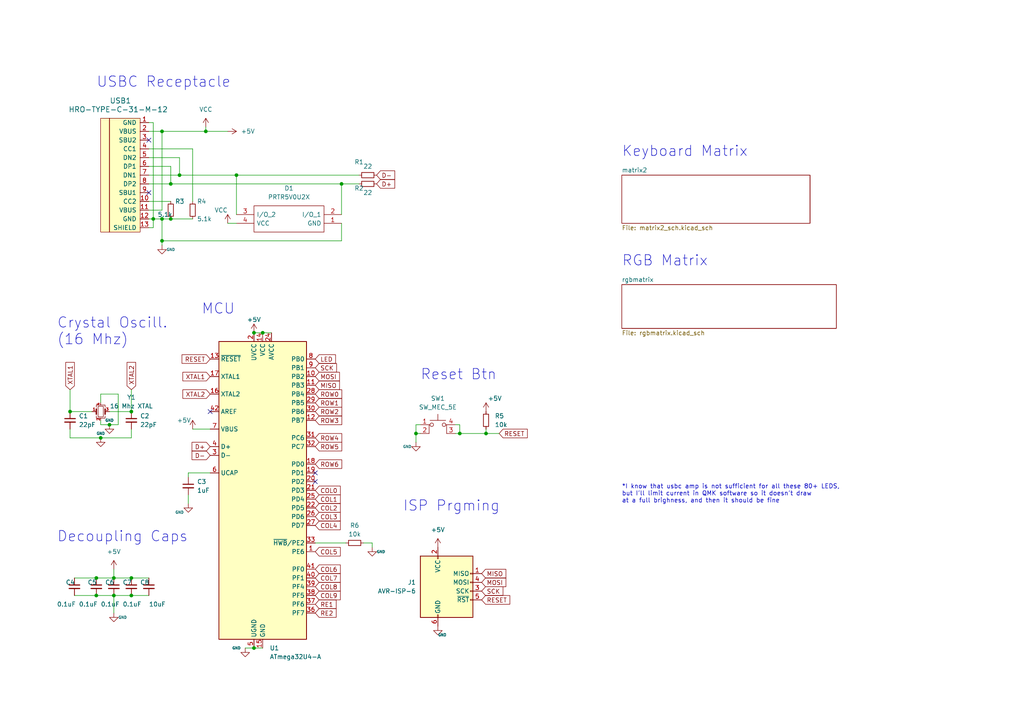
<source format=kicad_sch>
(kicad_sch (version 20211123) (generator eeschema)
  (paper "A4")
  (lib_symbols
    (symbol "Connector:AVR-ISP-6" (pin_names (offset 1.016))
      (property "Reference" "J" (at -6.35 11.43 0))
      (property "Value" "AVR-ISP-6" (at 0 11.43 0))
      (symbol "AVR-ISP-6_0_1"
        (rectangle (start -2.667 -6.858) (end -2.413 -7.62))
        (rectangle (start -2.667 10.16) (end -2.413 9.398))
        (rectangle (start 7.62 -2.413) (end 6.858 -2.667))
        (rectangle (start 7.62 0.127) (end 6.858 -0.127))
        (rectangle (start 7.62 2.667) (end 6.858 2.413))
        (rectangle (start 7.62 5.207) (end 6.858 4.953))
        (rectangle (start 7.62 10.16) (end -7.62 -7.62) (stroke (width 0.254)) (fill (type background)))
      )
      (symbol "AVR-ISP-6_1_1"
        (pin passive line (at 10.16 5.08 180) (length 2.54) (name "MISO") (number "1"))
        (pin passive line (at -2.54 12.7 270) (length 2.54) (name "VCC") (number "2"))
        (pin passive line (at 10.16 0 180) (length 2.54) (name "SCK") (number "3"))
        (pin passive line (at 10.16 2.54 180) (length 2.54) (name "MOSI") (number "4"))
        (pin passive line (at 10.16 -2.54 180) (length 2.54) (name "~{RST}") (number "5"))
        (pin passive line (at -2.54 -10.16 90) (length 2.54) (name "GND") (number "6"))
      )
    )
    (symbol "Device:C_Small" (pin_numbers hide) (pin_names (offset 0.254) hide)
      (property "Reference" "C" (at 0.254 1.778 0))
      (property "Value" "C_Small" (at 0.254 -2.032 0))
      (symbol "C_Small_0_1"
        (polyline (pts (xy -1.524 -0.508) (xy 1.524 -0.508)) (stroke (width 0.3302)))
        (polyline (pts (xy -1.524 0.508) (xy 1.524 0.508)) (stroke (width 0.3048)))
      )
      (symbol "C_Small_1_1"
        (pin passive line (at 0 2.54 270) (length 2.032) (name "~") (number "1"))
        (pin passive line (at 0 -2.54 90) (length 2.032) (name "~") (number "2"))
      )
    )
    (symbol "Device:Crystal_GND24_Small" (pin_names (offset 1.016) hide)
      (property "Reference" "Y" (at 1.27 4.445 0))
      (property "Value" "Crystal_GND24_Small" (at 1.27 2.54 0))
      (symbol "Crystal_GND24_Small_0_1"
        (rectangle (start -0.762 -1.524) (end 0.762 1.524))
        (polyline (pts (xy -1.27 -0.762) (xy -1.27 0.762)) (stroke (width 0.381)))
        (polyline (pts (xy 1.27 -0.762) (xy 1.27 0.762)) (stroke (width 0.381)))
        (polyline (pts (xy -1.27 -1.27) (xy -1.27 -1.905) (xy 1.27 -1.905) (xy 1.27 -1.27)))
        (polyline (pts (xy -1.27 1.27) (xy -1.27 1.905) (xy 1.27 1.905) (xy 1.27 1.27)))
      )
      (symbol "Crystal_GND24_Small_1_1"
        (pin passive line (at -2.54 0 0) (length 1.27) (name "1") (number "1"))
        (pin passive line (at 0 -2.54 90) (length 0.635) (name "2") (number "2"))
        (pin passive line (at 2.54 0 180) (length 1.27) (name "3") (number "3"))
        (pin passive line (at 0 2.54 270) (length 0.635) (name "4") (number "4"))
      )
    )
    (symbol "Device:R_Small" (pin_numbers hide) (pin_names (offset 0.254) hide)
      (property "Reference" "R" (at 0.762 0.508 0))
      (property "Value" "R_Small" (at 0.762 -1.016 0))
      (symbol "R_Small_0_1"
        (rectangle (start -0.762 1.778) (end 0.762 -1.778) (stroke (width 0.2032)))
      )
      (symbol "R_Small_1_1"
        (pin passive line (at 0 2.54 270) (length 0.762) (name "~") (number "1"))
        (pin passive line (at 0 -2.54 90) (length 0.762) (name "~") (number "2"))
      )
    )
    (symbol "MCU_Microchip_ATmega:ATmega32U4-A"
      (property "Reference" "U" (at -12.7 44.45 0))
      (property "Value" "ATmega32U4-A" (at 2.54 -44.45 0))
      (symbol "ATmega32U4-A_0_1"
        (rectangle (start -12.7 -43.18) (end 12.7 43.18) (stroke (width 0.254)) (fill (type background)))
      )
      (symbol "ATmega32U4-A_1_1"
        (pin bidirectional line (at 15.24 -17.78 180) (length 2.54) (name "PE6") (number "1"))
        (pin bidirectional line (at 15.24 33.02 180) (length 2.54) (name "PB2") (number "10"))
        (pin bidirectional line (at 15.24 30.48 180) (length 2.54) (name "PB3") (number "11"))
        (pin bidirectional line (at 15.24 20.32 180) (length 2.54) (name "PB7") (number "12"))
        (pin input line (at -15.24 38.1 0) (length 2.54) (name "~{RESET}") (number "13"))
        (pin power_in line (at 0 45.72 270) (length 2.54) (name "VCC") (number "14"))
        (pin power_in line (at 0 -45.72 90) (length 2.54) (name "GND") (number "15"))
        (pin output line (at -15.24 27.94 0) (length 2.54) (name "XTAL2") (number "16"))
        (pin input line (at -15.24 33.02 0) (length 2.54) (name "XTAL1") (number "17"))
        (pin bidirectional line (at 15.24 7.62 180) (length 2.54) (name "PD0") (number "18"))
        (pin bidirectional line (at 15.24 5.08 180) (length 2.54) (name "PD1") (number "19"))
        (pin power_in line (at -2.54 45.72 270) (length 2.54) (name "UVCC") (number "2"))
        (pin bidirectional line (at 15.24 2.54 180) (length 2.54) (name "PD2") (number "20"))
        (pin bidirectional line (at 15.24 0 180) (length 2.54) (name "PD3") (number "21"))
        (pin bidirectional line (at 15.24 -5.08 180) (length 2.54) (name "PD5") (number "22"))
        (pin passive line (at 0 -45.72 90) (length 2.54) hide (name "GND") (number "23"))
        (pin power_in line (at 2.54 45.72 270) (length 2.54) (name "AVCC") (number "24"))
        (pin bidirectional line (at 15.24 -2.54 180) (length 2.54) (name "PD4") (number "25"))
        (pin bidirectional line (at 15.24 -7.62 180) (length 2.54) (name "PD6") (number "26"))
        (pin bidirectional line (at 15.24 -10.16 180) (length 2.54) (name "PD7") (number "27"))
        (pin bidirectional line (at 15.24 27.94 180) (length 2.54) (name "PB4") (number "28"))
        (pin bidirectional line (at 15.24 25.4 180) (length 2.54) (name "PB5") (number "29"))
        (pin bidirectional line (at -15.24 10.16 0) (length 2.54) (name "D-") (number "3"))
        (pin bidirectional line (at 15.24 22.86 180) (length 2.54) (name "PB6") (number "30"))
        (pin bidirectional line (at 15.24 15.24 180) (length 2.54) (name "PC6") (number "31"))
        (pin bidirectional line (at 15.24 12.7 180) (length 2.54) (name "PC7") (number "32"))
        (pin bidirectional line (at 15.24 -15.24 180) (length 2.54) (name "~{HWB}/PE2") (number "33"))
        (pin passive line (at 0 45.72 270) (length 2.54) hide (name "VCC") (number "34"))
        (pin passive line (at 0 -45.72 90) (length 2.54) hide (name "GND") (number "35"))
        (pin bidirectional line (at 15.24 -35.56 180) (length 2.54) (name "PF7") (number "36"))
        (pin bidirectional line (at 15.24 -33.02 180) (length 2.54) (name "PF6") (number "37"))
        (pin bidirectional line (at 15.24 -30.48 180) (length 2.54) (name "PF5") (number "38"))
        (pin bidirectional line (at 15.24 -27.94 180) (length 2.54) (name "PF4") (number "39"))
        (pin bidirectional line (at -15.24 12.7 0) (length 2.54) (name "D+") (number "4"))
        (pin bidirectional line (at 15.24 -25.4 180) (length 2.54) (name "PF1") (number "40"))
        (pin bidirectional line (at 15.24 -22.86 180) (length 2.54) (name "PF0") (number "41"))
        (pin passive line (at -15.24 22.86 0) (length 2.54) (name "AREF") (number "42"))
        (pin passive line (at 0 -45.72 90) (length 2.54) hide (name "GND") (number "43"))
        (pin passive line (at 2.54 45.72 270) (length 2.54) hide (name "AVCC") (number "44"))
        (pin passive line (at -2.54 -45.72 90) (length 2.54) (name "UGND") (number "5"))
        (pin passive line (at -15.24 5.08 0) (length 2.54) (name "UCAP") (number "6"))
        (pin input line (at -15.24 17.78 0) (length 2.54) (name "VBUS") (number "7"))
        (pin bidirectional line (at 15.24 38.1 180) (length 2.54) (name "PB0") (number "8"))
        (pin bidirectional line (at 15.24 35.56 180) (length 2.54) (name "PB1") (number "9"))
      )
    )
    (symbol "PRTR5V0U2X:PRTR5V0U2X" (pin_names (offset 0.762))
      (property "Reference" "D" (at 26.67 7.62 0))
      (property "Value" "PRTR5V0U2X" (at 26.67 5.08 0))
      (symbol "PRTR5V0U2X_0_0"
        (pin passive line (at 0 0 0) (length 5.08) (name "GND") (number "1"))
        (pin passive line (at 0 -2.54 0) (length 5.08) (name "I/O_1") (number "2"))
        (pin passive line (at 30.48 -2.54 180) (length 5.08) (name "I/O_2") (number "3"))
        (pin passive line (at 30.48 0 180) (length 5.08) (name "VCC") (number "4"))
      )
      (symbol "PRTR5V0U2X_0_1"
        (polyline (pts (xy 5.08 2.54) (xy 25.4 2.54) (xy 25.4 -5.08) (xy 5.08 -5.08) (xy 5.08 2.54)) (stroke (width 0.1524)))
      )
    )
    (symbol "Switch:SW_MEC_5E" (pin_names (offset 1.016) hide)
      (property "Reference" "SW" (at 0.635 5.715 0))
      (property "Value" "SW_MEC_5E" (at 0 -3.175 0))
      (symbol "SW_MEC_5E_0_1"
        (circle (center -1.778 2.54) (radius 0.508))
        (polyline (pts (xy -2.286 3.81) (xy 2.286 3.81)))
        (polyline (pts (xy 0 3.81) (xy 0 5.588)))
        (polyline (pts (xy -2.54 0) (xy -2.54 2.54) (xy -2.286 2.54)))
        (polyline (pts (xy 2.54 0) (xy 2.54 2.54) (xy 2.286 2.54)))
        (circle (center 1.778 2.54) (radius 0.508))
        (pin passive line (at -5.08 2.54 0) (length 2.54) (name "1") (number "1"))
        (pin passive line (at -5.08 0 0) (length 2.54) (name "2") (number "2"))
        (pin passive line (at 5.08 0 180) (length 2.54) (name "K") (number "3"))
        (pin passive line (at 5.08 2.54 180) (length 2.54) (name "A") (number "4"))
      )
    )
    (symbol "Type-C:HRO-TYPE-C-31-M-12" (pin_names (offset 1.016))
      (property "Reference" "USB" (at -5.08 16.51 0))
      (property "Value" "HRO-TYPE-C-31-M-12" (at -10.16 -1.27 90))
      (symbol "HRO-TYPE-C-31-M-12_0_1"
        (rectangle (start -11.43 15.24) (end -8.89 -17.78) (fill (type background)))
        (rectangle (start 0 -17.78) (end -8.89 15.24) (fill (type background)))
      )
      (symbol "HRO-TYPE-C-31-M-12_1_1"
        (pin input line (at 2.54 13.97 180) (length 2.54) (name "GND") (number "1"))
        (pin input line (at 2.54 -8.89 180) (length 2.54) (name "CC2") (number "10"))
        (pin input line (at 2.54 -11.43 180) (length 2.54) (name "VBUS") (number "11"))
        (pin input line (at 2.54 -13.97 180) (length 2.54) (name "GND") (number "12"))
        (pin input line (at 2.54 -16.51 180) (length 2.54) (name "SHIELD") (number "13"))
        (pin input line (at 2.54 11.43 180) (length 2.54) (name "VBUS") (number "2"))
        (pin input line (at 2.54 8.89 180) (length 2.54) (name "SBU2") (number "3"))
        (pin input line (at 2.54 6.35 180) (length 2.54) (name "CC1") (number "4"))
        (pin input line (at 2.54 3.81 180) (length 2.54) (name "DN2") (number "5"))
        (pin input line (at 2.54 1.27 180) (length 2.54) (name "DP1") (number "6"))
        (pin input line (at 2.54 -1.27 180) (length 2.54) (name "DN1") (number "7"))
        (pin input line (at 2.54 -3.81 180) (length 2.54) (name "DP2") (number "8"))
        (pin input line (at 2.54 -6.35 180) (length 2.54) (name "SBU1") (number "9"))
      )
    )
    (symbol "power:+5V" (power) (pin_names (offset 0))
      (property "Value" "+5V" (at 0 3.556 0))
      (symbol "+5V_0_1"
        (polyline (pts (xy -0.762 1.27) (xy 0 2.54)))
        (polyline (pts (xy 0 0) (xy 0 2.54)))
        (polyline (pts (xy 0 2.54) (xy 0.762 1.27)))
      )
      (symbol "+5V_1_1"
        (pin power_in line (at 0 0 90) (length 0) hide (name "+5V") (number "1"))
      )
    )
    (symbol "power:GND" (power) (pin_names (offset 0))
      (property "Value" "GND" (at 0 -3.81 0))
      (symbol "GND_0_1"
        (polyline (pts (xy 0 0) (xy 0 -1.27) (xy 1.27 -1.27) (xy 0 -2.54) (xy -1.27 -1.27) (xy 0 -1.27)))
      )
      (symbol "GND_1_1"
        (pin power_in line (at 0 0 270) (length 0) hide (name "GND") (number "1"))
      )
    )
    (symbol "power:VCC" (power) (pin_names (offset 0))
      (property "Value" "VCC" (at 0 3.81 0))
      (symbol "VCC_0_1"
        (polyline (pts (xy -0.762 1.27) (xy 0 2.54)))
        (polyline (pts (xy 0 0) (xy 0 2.54)))
        (polyline (pts (xy 0 2.54) (xy 0.762 1.27)))
      )
      (symbol "VCC_1_1"
        (pin power_in line (at 0 0 90) (length 0) hide (name "VCC") (number "1"))
      )
    )
  )
  (junction (at 27.94 167.64))
  (junction (at 27.94 172.72))
  (junction (at 73.66 96.52))
  (junction (at 49.53 53.34))
  (junction (at 46.99 38.1))
  (junction (at 73.66 187.96))
  (junction (at 38.1 119.38))
  (junction (at 33.02 172.72))
  (junction (at 31.75 123.19))
  (junction (at 38.1 172.72))
  (junction (at 46.99 69.85))
  (junction (at 133.35 125.73))
  (junction (at 33.02 167.64))
  (junction (at 59.69 38.1))
  (junction (at 120.65 125.73))
  (junction (at 44.45 63.5))
  (junction (at 29.21 127))
  (junction (at 20.32 119.38))
  (junction (at 38.1 167.64))
  (junction (at 46.99 63.5))
  (junction (at 49.53 63.5))
  (junction (at 68.58 50.8))
  (junction (at 99.06 53.34))
  (junction (at 52.07 50.8))
  (junction (at 140.97 125.73))
  (junction (at 76.2 96.52))
  (no_connect (at 43.18 40.64))
  (no_connect (at 43.18 55.88))
  (no_connect (at 60.96 119.38))
  (no_connect (at 91.44 139.7))
  (no_connect (at 91.44 137.16))
  (wire (pts (xy 43.18 63.5) (xy 44.45 63.5)))
  (wire (pts (xy 133.35 123.19) (xy 133.35 125.73)))
  (wire (pts (xy 27.94 172.72) (xy 33.02 172.72)))
  (wire (pts (xy 140.97 124.46) (xy 140.97 125.73)))
  (wire (pts (xy 54.61 137.16) (xy 54.61 138.43)))
  (wire (pts (xy 43.18 66.04) (xy 44.45 66.04)))
  (wire (pts (xy 38.1 113.03) (xy 38.1 119.38)))
  (wire (pts (xy 46.99 69.85) (xy 99.06 69.85)))
  (wire (pts (xy 71.12 187.96) (xy 73.66 187.96)))
  (wire (pts (xy 68.58 50.8) (xy 68.58 62.23)))
  (wire (pts (xy 59.69 38.1) (xy 59.69 36.83)))
  (wire (pts (xy 27.94 167.64) (xy 33.02 167.64)))
  (wire (pts (xy 33.02 165.1) (xy 33.02 167.64)))
  (wire (pts (xy 46.99 63.5) (xy 49.53 63.5)))
  (wire (pts (xy 133.35 125.73) (xy 140.97 125.73)))
  (wire (pts (xy 46.99 69.85) (xy 46.99 71.12)))
  (wire (pts (xy 73.66 96.52) (xy 76.2 96.52)))
  (wire (pts (xy 120.65 125.73) (xy 120.65 128.27)))
  (wire (pts (xy 76.2 96.52) (xy 78.74 96.52)))
  (wire (pts (xy 21.59 172.72) (xy 27.94 172.72)))
  (wire (pts (xy 33.02 172.72) (xy 33.02 177.8)))
  (wire (pts (xy 73.66 187.96) (xy 76.2 187.96)))
  (wire (pts (xy 29.21 116.84) (xy 29.21 114.3)))
  (wire (pts (xy 38.1 127) (xy 38.1 124.46)))
  (wire (pts (xy 43.18 48.26) (xy 49.53 48.26)))
  (wire (pts (xy 44.45 35.56) (xy 43.18 35.56)))
  (wire (pts (xy 29.21 127) (xy 38.1 127)))
  (wire (pts (xy 66.04 64.77) (xy 68.58 64.77)))
  (wire (pts (xy 107.95 157.48) (xy 105.41 157.48)))
  (wire (pts (xy 33.02 167.64) (xy 38.1 167.64)))
  (wire (pts (xy 99.06 53.34) (xy 104.14 53.34)))
  (wire (pts (xy 132.08 125.73) (xy 133.35 125.73)))
  (wire (pts (xy 52.07 45.72) (xy 52.07 50.8)))
  (wire (pts (xy 44.45 63.5) (xy 46.99 63.5)))
  (wire (pts (xy 29.21 121.92) (xy 29.21 123.19)))
  (wire (pts (xy 43.18 45.72) (xy 52.07 45.72)))
  (wire (pts (xy 20.32 113.03) (xy 20.32 119.38)))
  (wire (pts (xy 43.18 53.34) (xy 49.53 53.34)))
  (wire (pts (xy 59.69 38.1) (xy 66.04 38.1)))
  (wire (pts (xy 49.53 48.26) (xy 49.53 53.34)))
  (wire (pts (xy 52.07 50.8) (xy 68.58 50.8)))
  (wire (pts (xy 38.1 172.72) (xy 43.18 172.72)))
  (wire (pts (xy 120.65 123.19) (xy 120.65 125.73)))
  (wire (pts (xy 29.21 114.3) (xy 34.29 114.3)))
  (wire (pts (xy 46.99 63.5) (xy 46.99 69.85)))
  (wire (pts (xy 33.02 172.72) (xy 38.1 172.72)))
  (wire (pts (xy 121.92 125.73) (xy 120.65 125.73)))
  (wire (pts (xy 44.45 66.04) (xy 44.45 63.5)))
  (wire (pts (xy 31.75 123.19) (xy 29.21 123.19)))
  (wire (pts (xy 49.53 63.5) (xy 55.88 63.5)))
  (wire (pts (xy 99.06 53.34) (xy 99.06 62.23)))
  (wire (pts (xy 140.97 125.73) (xy 144.78 125.73)))
  (wire (pts (xy 20.32 127) (xy 29.21 127)))
  (wire (pts (xy 20.32 119.38) (xy 26.67 119.38)))
  (wire (pts (xy 46.99 38.1) (xy 59.69 38.1)))
  (wire (pts (xy 68.58 50.8) (xy 104.14 50.8)))
  (wire (pts (xy 34.29 123.19) (xy 31.75 123.19)))
  (wire (pts (xy 55.88 43.18) (xy 55.88 58.42)))
  (wire (pts (xy 31.75 119.38) (xy 38.1 119.38)))
  (wire (pts (xy 43.18 38.1) (xy 46.99 38.1)))
  (wire (pts (xy 43.18 50.8) (xy 52.07 50.8)))
  (wire (pts (xy 54.61 143.51) (xy 54.61 146.05)))
  (wire (pts (xy 55.88 124.46) (xy 60.96 124.46)))
  (wire (pts (xy 60.96 137.16) (xy 54.61 137.16)))
  (wire (pts (xy 34.29 114.3) (xy 34.29 123.19)))
  (wire (pts (xy 99.06 64.77) (xy 99.06 69.85)))
  (wire (pts (xy 44.45 63.5) (xy 44.45 35.56)))
  (wire (pts (xy 21.59 167.64) (xy 27.94 167.64)))
  (wire (pts (xy 43.18 43.18) (xy 55.88 43.18)))
  (wire (pts (xy 38.1 167.64) (xy 43.18 167.64)))
  (wire (pts (xy 121.92 123.19) (xy 120.65 123.19)))
  (wire (pts (xy 107.95 158.75) (xy 107.95 157.48)))
  (wire (pts (xy 43.18 60.96) (xy 46.99 60.96)))
  (wire (pts (xy 132.08 123.19) (xy 133.35 123.19)))
  (wire (pts (xy 46.99 60.96) (xy 46.99 38.1)))
  (wire (pts (xy 49.53 53.34) (xy 99.06 53.34)))
  (wire (pts (xy 43.18 58.42) (xy 49.53 58.42)))
  (wire (pts (xy 20.32 124.46) (xy 20.32 127)))
  (wire (pts (xy 100.33 157.48) (xy 91.44 157.48)))
  (text "MCU\n" (at 58.42 91.44 0) (effects (font (size 3 3)) (justify left bottom)))
  (text "ISP Prgming\n" (at 116.84 148.59 0) (effects (font (size 3 3)) (justify left bottom)))
  (text "RGB Matrix" (at 180.34 77.47 0) (effects (font (size 3 3)) (justify left bottom)))
  (text "Reset Btn" (at 121.92 110.49 0) (effects (font (size 3 3)) (justify left bottom)))
  (text "USBC Receptacle\n\n" (at 27.94 30.48 0) (effects (font (size 3 3)) (justify left bottom)))
  (text "Keyboard Matrix" (at 180.34 45.72 0) (effects (font (size 3 3)) (justify left bottom)))
  (text "Crystal Oscill.\n(16 Mhz)\n" (at 16.51 100.33 0) (effects (font (size 3 3)) (justify left bottom)))
  (text "Decoupling Caps" (at 16.51 157.48 0) (effects (font (size 3 3)) (justify left bottom)))
  (text "*I know that usbc amp is not sufficient for all these 80+ LEDS, \nbut I'll limit current in QMK software so it doesn't draw \nat a full brighness, and then it should be fine\n" (at 180.34 146.05 0) (effects (font (size 1.27 1.27)) (justify left bottom)))
  (global_label "SCK" (shape input) (at 139.7 171.45 0) (property "Intersheet References" "${INTERSHEET_REFS}" (effects hide)))
  (global_label "COL2" (shape input) (at 91.44 147.32 0) (property "Intersheet References" "${INTERSHEET_REFS}" (effects hide)))
  (global_label "D+" (shape input) (at 109.22 53.34 0) (property "Intersheet References" "${INTERSHEET_REFS}" (effects hide)))
  (global_label "COL6" (shape input) (at 91.44 165.1 0) (property "Intersheet References" "${INTERSHEET_REFS}" (effects hide)))
  (global_label "ROW5" (shape input) (at 91.44 129.54 0) (property "Intersheet References" "${INTERSHEET_REFS}" (effects hide)))
  (global_label "LED" (shape input) (at 91.44 104.14 0) (property "Intersheet References" "${INTERSHEET_REFS}" (effects hide)))
  (global_label "MISO" (shape input) (at 139.7 166.37 0) (property "Intersheet References" "${INTERSHEET_REFS}" (effects hide)))
  (global_label "RESET" (shape input) (at 139.7 173.99 0) (property "Intersheet References" "${INTERSHEET_REFS}" (effects hide)))
  (global_label "ROW2" (shape input) (at 91.44 119.38 0) (property "Intersheet References" "${INTERSHEET_REFS}" (effects hide)))
  (global_label "XTAL2" (shape input) (at 60.96 114.3 180) (property "Intersheet References" "${INTERSHEET_REFS}" (effects hide)))
  (global_label "SCK" (shape input) (at 91.44 106.68 0) (property "Intersheet References" "${INTERSHEET_REFS}" (effects hide)))
  (global_label "COL3" (shape input) (at 91.44 149.86 0) (property "Intersheet References" "${INTERSHEET_REFS}" (effects hide)))
  (global_label "MOSI" (shape input) (at 91.44 109.22 0) (property "Intersheet References" "${INTERSHEET_REFS}" (effects hide)))
  (global_label "ROW4" (shape input) (at 91.44 127 0) (property "Intersheet References" "${INTERSHEET_REFS}" (effects hide)))
  (global_label "ROW6" (shape input) (at 91.44 134.62 0) (property "Intersheet References" "${INTERSHEET_REFS}" (effects hide)))
  (global_label "MISO" (shape input) (at 91.44 111.76 0) (property "Intersheet References" "${INTERSHEET_REFS}" (effects hide)))
  (global_label "D+" (shape input) (at 60.96 129.54 180) (property "Intersheet References" "${INTERSHEET_REFS}" (effects hide)))
  (global_label "COL8" (shape input) (at 91.44 170.18 0) (property "Intersheet References" "${INTERSHEET_REFS}" (effects hide)))
  (global_label "XTAL1" (shape input) (at 20.32 113.03 90) (property "Intersheet References" "${INTERSHEET_REFS}" (effects hide)))
  (global_label "COL4" (shape input) (at 91.44 152.4 0) (property "Intersheet References" "${INTERSHEET_REFS}" (effects hide)))
  (global_label "D-" (shape input) (at 60.96 132.08 180) (property "Intersheet References" "${INTERSHEET_REFS}" (effects hide)))
  (global_label "XTAL1" (shape input) (at 60.96 109.22 180) (property "Intersheet References" "${INTERSHEET_REFS}" (effects hide)))
  (global_label "COL1" (shape input) (at 91.44 144.78 0) (property "Intersheet References" "${INTERSHEET_REFS}" (effects hide)))
  (global_label "COL9" (shape input) (at 91.44 172.72 0) (property "Intersheet References" "${INTERSHEET_REFS}" (effects hide)))
  (global_label "ROW1" (shape input) (at 91.44 116.84 0) (property "Intersheet References" "${INTERSHEET_REFS}" (effects hide)))
  (global_label "MOSI" (shape input) (at 139.7 168.91 0) (property "Intersheet References" "${INTERSHEET_REFS}" (effects hide)))
  (global_label "COL0" (shape input) (at 91.44 142.24 0) (property "Intersheet References" "${INTERSHEET_REFS}" (effects hide)))
  (global_label "XTAL2" (shape input) (at 38.1 113.03 90) (property "Intersheet References" "${INTERSHEET_REFS}" (effects hide)))
  (global_label "ROW3" (shape input) (at 91.44 121.92 0) (property "Intersheet References" "${INTERSHEET_REFS}" (effects hide)))
  (global_label "COL5" (shape input) (at 91.44 160.02 0) (property "Intersheet References" "${INTERSHEET_REFS}" (effects hide)))
  (global_label "RE1" (shape input) (at 91.44 175.26 0) (property "Intersheet References" "${INTERSHEET_REFS}" (effects hide)))
  (global_label "RESET" (shape input) (at 144.78 125.73 0) (property "Intersheet References" "${INTERSHEET_REFS}" (effects hide)))
  (global_label "COL7" (shape input) (at 91.44 167.64 0) (property "Intersheet References" "${INTERSHEET_REFS}" (effects hide)))
  (global_label "ROW0" (shape input) (at 91.44 114.3 0) (property "Intersheet References" "${INTERSHEET_REFS}" (effects hide)))
  (global_label "D-" (shape input) (at 109.22 50.8 0) (property "Intersheet References" "${INTERSHEET_REFS}" (effects hide)))
  (global_label "RESET" (shape input) (at 60.96 104.14 180) (property "Intersheet References" "${INTERSHEET_REFS}" (effects hide)))
  (global_label "RE2" (shape input) (at 91.44 177.8 0) (property "Intersheet References" "${INTERSHEET_REFS}" (effects hide)))
  (symbol (lib_id "power:+5V") (at 140.97 119.38 0) (unit 1)
    (property "Reference" "#PWR06" (effects hide))
    (property "Value" "+5V" (at 143.51 115.57 0))
  )
  (symbol (lib_id "power:GND") (at 46.99 71.12 0) (unit 1)
    (property "Reference" "#PWR0106" (effects hide))
    (property "Value" "GND" (at 49.53 72.39 0) (effects (font (size 0.762 0.762))))
  )
  (symbol (lib_id "Device:R_Small") (at 106.68 53.34 90) (unit 1)
    (property "Reference" "R2" (at 104.14 54.61 90))
    (property "Value" "22" (at 106.68 55.88 90))
    (property "Footprint" "Resistor_SMD:R_0805_2012Metric_Pad1.20x1.40mm_HandSolder" (effects hide))
  )
  (symbol (lib_id "Connector:AVR-ISP-6") (at 129.54 171.45 0) (unit 1)
    (property "Reference" "J1" (at 120.65 168.9099 0) (effects (justify right)))
    (property "Value" "AVR-ISP-6" (at 120.65 171.4499 0) (effects (justify right)))
    (property "Footprint" "random-keyboard-parts2:Reset_Pretty-Mask" (effects hide))
    (property "Datasheet" " ~" (effects hide))
  )
  (symbol (lib_id "power:+5V") (at 55.88 124.46 0) (unit 1)
    (property "Reference" "#PWR08" (effects hide))
    (property "Value" "+5V" (at 53.34 121.92 0))
  )
  (symbol (lib_id "Device:R_Small") (at 102.87 157.48 270) (unit 1)
    (property "Reference" "R6" (at 102.87 152.4 90))
    (property "Value" "10k" (at 102.87 154.94 90))
    (property "Footprint" "Resistor_SMD:R_0805_2012Metric_Pad1.20x1.40mm_HandSolder" (effects hide))
  )
  (symbol (lib_id "Device:C_Small") (at 54.61 140.97 0) (unit 1)
    (property "Reference" "C3" (at 57.15 139.7062 0) (effects (justify left)))
    (property "Value" "1uF" (at 57.15 142.2462 0) (effects (justify left)))
    (property "Footprint" "Capacitor_SMD:C_0805_2012Metric_Pad1.18x1.45mm_HandSolder" (effects hide))
  )
  (symbol (lib_id "power:+5V") (at 33.02 165.1 0) (unit 1)
    (property "Reference" "#PWR014" (effects hide))
    (property "Value" "+5V" (at 33.02 160.02 0))
  )
  (symbol (lib_id "power:+5V") (at 73.66 96.52 0) (unit 1)
    (property "Reference" "#PWR05" (effects hide))
    (property "Value" "+5V" (at 73.66 92.71 0))
  )
  (symbol (lib_id "Device:C_Small") (at 20.32 121.92 0) (unit 1)
    (property "Reference" "C1" (at 22.86 120.6562 0) (effects (justify left)))
    (property "Value" "22pF" (at 22.86 123.1962 0) (effects (justify left)))
    (property "Footprint" "Capacitor_SMD:C_0805_2012Metric_Pad1.18x1.45mm_HandSolder" (effects hide))
  )
  (symbol (lib_id "power:+5V") (at 66.04 38.1 270) (unit 1)
    (property "Reference" "#PWR02" (effects hide))
    (property "Value" "+5V" (at 69.85 38.0999 90) (effects (justify left)))
  )
  (symbol (lib_id "power:GND") (at 120.65 128.27 0) (unit 1)
    (property "Reference" "#PWR0107" (effects hide))
    (property "Value" "GND" (at 118.11 129.54 0) (effects (font (size 0.762 0.762))))
  )
  (symbol (lib_id "Device:R_Small") (at 140.97 121.92 0) (unit 1)
    (property "Reference" "R5" (at 143.51 120.6499 0) (effects (justify left)))
    (property "Value" "10k" (at 143.51 123.1899 0) (effects (justify left)))
    (property "Footprint" "Resistor_SMD:R_0805_2012Metric_Pad1.20x1.40mm_HandSolder" (effects hide))
  )
  (symbol (lib_id "power:GND") (at 29.21 127 0) (unit 1)
    (property "Reference" "#PWR0103" (effects hide))
    (property "Value" "GND" (at 29.21 125.73 0) (effects (font (size 0.762 0.762))))
  )
  (symbol (lib_id "power:VCC") (at 66.04 64.77 0) (unit 1)
    (property "Reference" "#PWR03" (effects hide))
    (property "Value" "VCC" (at 66.04 60.96 0) (effects (justify right)))
  )
  (symbol (lib_id "power:GND") (at 107.95 158.75 0) (unit 1)
    (property "Reference" "#PWR0108" (effects hide))
    (property "Value" "GND" (at 110.49 160.02 0) (effects (font (size 0.762 0.762))))
  )
  (symbol (lib_id "Device:R_Small") (at 49.53 60.96 180) (unit 1)
    (property "Reference" "R3" (at 50.8 58.42 0) (effects (justify right)))
    (property "Value" "5.1k" (at 45.72 62.23 0) (effects (justify right)))
    (property "Footprint" "Resistor_SMD:R_0805_2012Metric_Pad1.20x1.40mm_HandSolder" (effects hide))
  )
  (symbol (lib_id "power:GND") (at 33.02 177.8 0) (unit 1)
    (property "Reference" "#PWR0101" (effects hide))
    (property "Value" "GND" (at 35.56 179.07 0) (effects (font (size 0.762 0.762))))
  )
  (symbol (lib_id "Device:C_Small") (at 38.1 121.92 0) (unit 1)
    (property "Reference" "C2" (at 40.64 120.6562 0) (effects (justify left)))
    (property "Value" "22pF" (at 40.64 123.1962 0) (effects (justify left)))
    (property "Footprint" "Capacitor_SMD:C_0805_2012Metric_Pad1.18x1.45mm_HandSolder" (effects hide))
  )
  (symbol (lib_id "power:+5V") (at 127 158.75 0) (unit 1)
    (property "Reference" "#PWR013" (effects hide))
    (property "Value" "+5V" (at 127 153.67 0))
  )
  (symbol (lib_id "Device:C_Small") (at 43.18 170.18 0) (unit 1)
    (property "Reference" "C8" (at 40.64 168.91 0) (effects (justify left)))
    (property "Value" "10uF" (at 43.18 175.26 0) (effects (justify left)))
    (property "Footprint" "Capacitor_SMD:C_0805_2012Metric_Pad1.18x1.45mm_HandSolder" (effects hide))
  )
  (symbol (lib_id "Device:C_Small") (at 21.59 170.18 0) (unit 1)
    (property "Reference" "C4" (at 19.05 168.91 0) (effects (justify left)))
    (property "Value" "0.1uF" (at 16.51 175.26 0) (effects (justify left)))
    (property "Footprint" "Capacitor_SMD:C_0805_2012Metric_Pad1.18x1.45mm_HandSolder" (effects hide))
  )
  (symbol (lib_id "Switch:SW_MEC_5E") (at 127 125.73 0) (unit 1)
    (property "Reference" "SW1" (at 127 115.57 0))
    (property "Value" "SW_MEC_5E" (at 127 118.11 0))
    (property "Footprint" "Button_Switch_SMD:SW_MEC_5GSH9" (effects hide))
    (property "Datasheet" "http://www.apem.com/int/index.php?controller=attachment&id_attachment=1371" (effects hide))
  )
  (symbol (lib_id "power:GND") (at 54.61 146.05 0) (unit 1)
    (property "Reference" "#PWR0105" (effects hide))
    (property "Value" "GND" (at 52.07 148.59 0) (effects (font (size 0.762 0.762))))
  )
  (symbol (lib_id "Device:C_Small") (at 38.1 170.18 0) (unit 1)
    (property "Reference" "C7" (at 35.56 168.91 0) (effects (justify left)))
    (property "Value" "0.1uF" (at 35.56 175.26 0) (effects (justify left)))
    (property "Footprint" "Capacitor_SMD:C_0805_2012Metric_Pad1.18x1.45mm_HandSolder" (effects hide))
  )
  (symbol (lib_id "Type-C:HRO-TYPE-C-31-M-12") (at 40.64 49.53 0) (unit 1)
    (property "Reference" "USB1" (at 34.925 29.21 0) (effects (font (size 1.524 1.524))))
    (property "Value" "HRO-TYPE-C-31-M-12" (at 34.29 31.75 0) (effects (font (size 1.524 1.524))))
    (property "Footprint" "Type-C:HRO-TYPE-C-31-M-12-HandSoldering" (effects hide))
  )
  (symbol (lib_id "power:GND") (at 127 181.61 0) (unit 1)
    (property "Reference" "#PWR0123" (effects hide))
    (property "Value" "GND" (at 128.27 184.15 0) (effects (font (size 0.762 0.762))))
  )
  (symbol (lib_id "MCU_Microchip_ATmega:ATmega32U4-A") (at 76.2 142.24 0) (unit 1)
    (property "Reference" "U1" (at 78.2194 187.96 0) (effects (justify left)))
    (property "Value" "ATmega32U4-A" (at 78.2194 190.5 0) (effects (justify left)))
    (property "Footprint" "Package_QFP:TQFP-44_10x10mm_P0.8mm" (effects hide))
    (property "Datasheet" "http://ww1.microchip.com/downloads/en/DeviceDoc/Atmel-7766-8-bit-AVR-ATmega16U4-32U4_Datasheet.pdf" (effects hide))
  )
  (symbol (lib_id "Device:Crystal_GND24_Small") (at 29.21 119.38 0) (unit 1)
    (property "Reference" "Y1" (at 38.1 115.2398 0))
    (property "Value" "16 Mhz XTAL" (at 38.1 117.7798 0))
    (property "Footprint" "Crystal:Crystal_SMD_3225-4Pin_3.2x2.5mm_HandSoldering" (effects hide))
  )
  (symbol (lib_id "Device:C_Small") (at 27.94 170.18 0) (unit 1)
    (property "Reference" "C5" (at 25.4 168.91 0) (effects (justify left)))
    (property "Value" "0.1uF" (at 22.86 175.26 0) (effects (justify left)))
    (property "Footprint" "Capacitor_SMD:C_0805_2012Metric_Pad1.18x1.45mm_HandSolder" (effects hide))
  )
  (symbol (lib_id "Device:R_Small") (at 55.88 60.96 180) (unit 1)
    (property "Reference" "R4" (at 57.15 58.42 0) (effects (justify right)))
    (property "Value" "5.1k" (at 57.15 63.5 0) (effects (justify right)))
    (property "Footprint" "Resistor_SMD:R_0805_2012Metric_Pad1.20x1.40mm_HandSolder" (effects hide))
  )
  (symbol (lib_id "Device:C_Small") (at 33.02 170.18 0) (unit 1)
    (property "Reference" "C6" (at 30.48 168.91 0) (effects (justify left)))
    (property "Value" "0.1uF" (at 29.21 175.26 0) (effects (justify left)))
    (property "Footprint" "Capacitor_SMD:C_0805_2012Metric_Pad1.18x1.45mm_HandSolder" (effects hide))
  )
  (symbol (lib_id "Device:R_Small") (at 106.68 50.8 90) (unit 1)
    (property "Reference" "R1" (at 104.14 46.99 90))
    (property "Value" "22" (at 106.68 48.26 90))
    (property "Footprint" "Resistor_SMD:R_0805_2012Metric_Pad1.20x1.40mm_HandSolder" (effects hide))
  )
  (symbol (lib_id "PRTR5V0U2X:PRTR5V0U2X") (at 99.06 64.77 180) (unit 1)
    (property "Reference" "D1" (at 83.82 54.61 0))
    (property "Value" "PRTR5V0U2X" (at 83.82 57.15 0))
    (property "Footprint" "random-keyboard-parts2:SOT143B" (effects hide))
    (property "Datasheet" "https://assets.nexperia.com/documents/data-sheet/PRTR5V0U2X.pdf" (effects hide))
    (property "Description" "NEXPERIA - PRTR5V0U2X - DIODE, TVS, DUAL, SOT-143B" (effects hide))
    (property "Height" "1.1" (effects hide))
    (property "Manufacturer_Name" "Nexperia" (effects hide))
    (property "Manufacturer_Part_Number" "PRTR5V0U2X" (effects hide))
    (property "Mouser Part Number" "N/A" (effects hide))
    (property "Mouser Price/Stock" "https://www.mouser.co.uk/ProductDetail/Nexperia/PRTR5V0U2X?qs=vHuUswq2%252BsxqVTVM0kNyWw%3D%3D" (effects hide))
  )
  (symbol (lib_id "power:GND") (at 31.75 123.19 0) (unit 1)
    (property "Reference" "#PWR0104" (effects hide))
    (property "Value" "GND" (at 31.75 121.92 0) (effects (font (size 0.762 0.762))))
  )
  (symbol (lib_id "power:VCC") (at 59.69 36.83 0) (unit 1)
    (property "Reference" "#PWR01" (effects hide))
    (property "Value" "VCC" (at 59.69 31.75 0))
  )
  (symbol (lib_id "power:GND") (at 71.12 187.96 0) (unit 1)
    (property "Reference" "#PWR0102" (effects hide))
    (property "Value" "GND" (at 68.58 187.96 0) (effects (font (size 0.762 0.762))))
  )
  (sheet (at 180.34 50.8) (size 54.61 13.97) (stroke (width 0.1524))
    (property "Sheet name" "matrix2" (at 180.34 50.0884 0) (effects (justify left bottom)))
    (property "Sheet file" "matrix2_sch.kicad_sch" (at 180.34 65.3546 0) (effects (justify left top)))
  )
  (sheet (at 180.34 82.55) (size 62.23 12.7) (stroke (width 0.1524))
    (property "Sheet name" "rgbmatrix" (at 180.34 81.8384 0) (effects (justify left bottom)))
    (property "Sheet file" "rgbmatrix.kicad_sch" (at 180.34 95.8346 0) (effects (justify left top)))
  )
)
</source>
